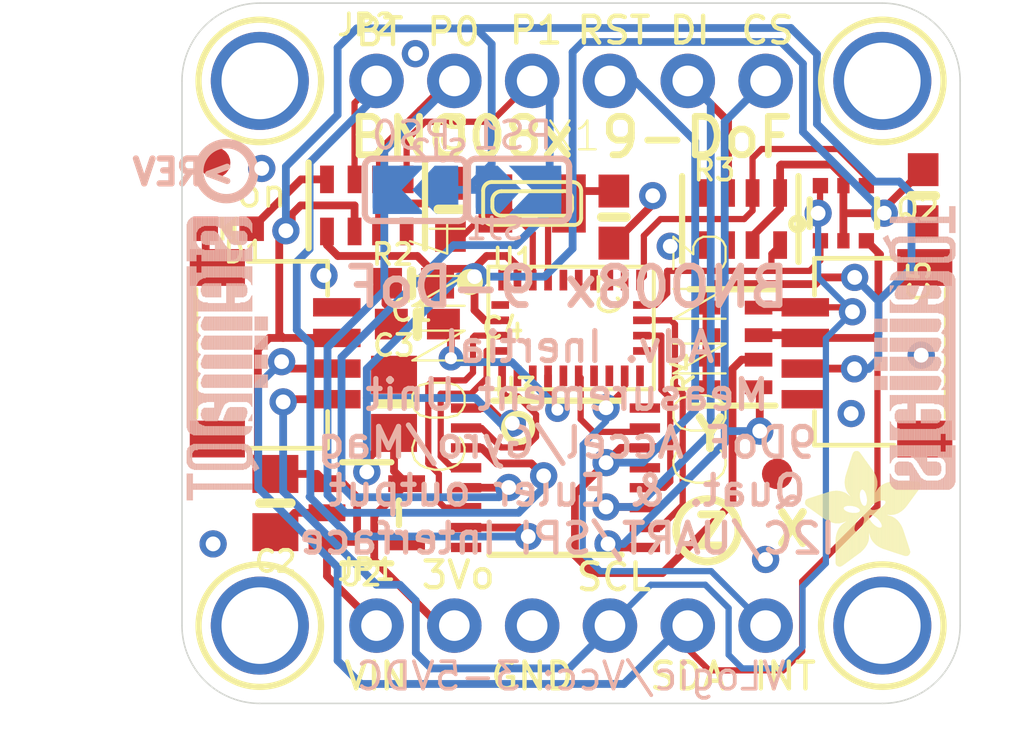
<source format=kicad_pcb>
(kicad_pcb (version 20221018) (generator pcbnew)
  (layers (0 "F.Cu" signal) (31 "B.Cu" signal) (34 "B.Paste" user) (35 "F.Paste" user) (36 "B.SilkS" user "B.Silkscreen") (37 "F.SilkS" user "F.Silkscreen") (38 "B.Mask" user) (39 "F.Mask" user) (44 "Edge.Cuts" user))
  (net 0 "")
  (net 1 "GND")
  (net 2 "SDA/MISO/TX")
  (net 3 "SCL/SCK/RX")
  (net 4 "SCL_3V")
  (net 5 "SDA_3V")
  (net 6 "3.3V")
  (net 7 "INT")
  (net 8 "VCC")
  (net 9 "N$1")
  (net 10 "CAP")
  (net 11 "XIN")
  (net 12 "XOUT")
  (net 13 "RST_3V")
  (net 14 "PS1")
  (net 15 "PS0")
  (net 16 "RST")
  (net 17 "MOSI_3V")
  (net 18 "CS_3V")
  (net 19 "MOSI")
  (net 20 "BOOT")
  (net 21 "BOOT_3V")
  (net 22 "PS1_3V")
  (net 23 "PS0_3V")
  (net 24 "CS")
  (footprint "Adafruit_BNO08x:SOT23-5" (layer "F.Cu") (at 141.8336 110.2106 -90)
    (fp_text reference "U2")
    (fp_text value "AP2112K-3.3")
  )
  (footprint "Adafruit_BNO08x:RESPACK_4X0603" (layer "F.Cu") (at 141.8336 100.1776 180)
    (fp_text reference "R2")
    (fp_text value "10K")
  )
  (footprint "Adafruit_BNO08x:1X06_ROUND_70" (layer "F.Cu") (at 148.5011 113.8936)
    (fp_text reference "JP1")
    (fp_text value "")
  )
  (footprint "Adafruit_BNO08x:CHIPLED_0603_NOOUTLINE" (layer "F.Cu") (at 137.3251 100.9396 90)
    (fp_text reference "D1")
    (fp_text value "GREEN")
  )
  (footprint "Adafruit_BNO08x:0603-NO" (layer "F.Cu") (at 144.5641 100.3046 90)
    (fp_text reference "C6")
    (fp_text value "22pF")
  )
  (footprint "Adafruit_BNO08x:XTAL3215" (layer "F.Cu") (at 147.2311 100.1141 180)
    (fp_text reference "X1")
    (fp_text value "32.768")
  )
  (footprint "Adafruit_BNO08x:0603-NO" (layer "F.Cu") (at 143.4846 104.0511)
    (fp_text reference "C4")
    (fp_text value "0.1uF")
  )
  (footprint "Adafruit_BNO08x:BNO080" (layer "F.Cu") (at 148.5011 104.1781)
    (fp_text reference "U1")
    (fp_text value "BNO080")
  )
  (footprint "Adafruit_BNO08x:1X06_ROUND_70" (layer "F.Cu") (at 148.5011 96.1136)
    (fp_text reference "JP2")
    (fp_text value "")
  )
  (footprint "Adafruit_BNO08x:0603-NO" (layer "F.Cu") (at 149.8981 100.5586 -90)
    (fp_text reference "C7")
    (fp_text value "22pF")
  )
  (footprint "Adafruit_BNO08x:0603-NO" (layer "F.Cu") (at 143.2941 102.7176 180)
    (fp_text reference "C1")
    (fp_text value "0.1uF")
  )
  (footprint "Adafruit_BNO08x:ADAFRUIT_3.5MM" (layer "F.Cu") (at 159.9311 111.9886 90)
    (fp_text reference "U$22" hide)
    (fp_text value "" hide)
  )
  (footprint "Adafruit_BNO08x:0805-NO" (layer "F.Cu") (at 142.7226 106.6546 90)
    (fp_text reference "C3")
    (fp_text value "10uF")
  )
  (footprint "Adafruit_BNO08x:0805-NO" (layer "F.Cu") (at 138.8491 109.8931 -90)
    (fp_text reference "C2")
    (fp_text value "10uF")
  )
  (footprint "Adafruit_BNO08x:RESPACK_4X0603" (layer "F.Cu") (at 154.0256 100.6221)
    (fp_text reference "R3")
    (fp_text value "10K")
  )
  (footprint "Adafruit_BNO08x:MOUNTINGHOLE_2.5_PLATED" (layer "F.Cu") (at 158.6611 96.1136)
    (fp_text reference "U$17" hide)
    (fp_text value "MOUNTINGHOLE2.5" hide)
  )
  (footprint "Adafruit_BNO08x:RESPACK_4X0603" (layer "F.Cu") (at 153.7716 104.8131 90)
    (fp_text reference "R4")
    (fp_text value "10K")
  )
  (footprint "Adafruit_BNO08x:TSSOP16" (layer "F.Cu") (at 147.9931 109.0676 -90)
    (fp_text reference "U3")
    (fp_text value "74AHC4050")
  )
  (footprint "Adafruit_BNO08x:SOT363" (layer "F.Cu") (at 157.3911 100.4316)
    (fp_text reference "Q2")
    (fp_text value "BSS138")
  )
  (footprint "Adafruit_BNO08x:JST_SH4" (layer "F.Cu") (at 158.6611 105.0036 90)
    (fp_text reference "CONN3")
    (fp_text value "STEMMA_I2C_QT" hide)
  )
  (footprint "Adafruit_BNO08x:FIDUCIAL_1MM" (layer "F.Cu") (at 136.8806 98.7806)
    (fp_text reference "FID3" hide)
    (fp_text value "FIDUCIAL_1MM" hide)
  )
  (footprint "Adafruit_BNO08x:JST_SH4" (layer "F.Cu") (at 138.3411 105.0036 -90)
    (fp_text reference "CONN4")
    (fp_text value "STEMMA_I2C_QT" hide)
  )
  (footprint "Adafruit_BNO08x:FIDUCIAL_1MM" (layer "F.Cu") (at 155.2321 108.9406)
    (fp_text reference "FID4" hide)
    (fp_text value "FIDUCIAL_1MM" hide)
  )
  (footprint "Adafruit_BNO08x:MOUNTINGHOLE_2.5_PLATED" (layer "F.Cu") (at 138.3411 113.8936)
    (fp_text reference "U$19" hide)
    (fp_text value "MOUNTINGHOLE2.5" hide)
  )
  (footprint "Adafruit_BNO08x:0603-NO" (layer "F.Cu") (at 159.9946 99.8601 -90)
    (fp_text reference "C5")
    (fp_text value "0.1uF")
  )
  (footprint "Adafruit_BNO08x:MOUNTINGHOLE_2.5_PLATED" (layer "F.Cu") (at 158.6611 113.8936)
    (fp_text reference "U$21" hide)
    (fp_text value "MOUNTINGHOLE2.5" hide)
  )
  (footprint "Adafruit_BNO08x:MOUNTINGHOLE_2.5_PLATED" (layer "F.Cu") (at 138.3411 96.1136)
    (fp_text reference "U$1" hide)
    (fp_text value "MOUNTINGHOLE2.5" hide)
  )
  (footprint "Adafruit_BNO08x:PCBFEAT-REV-040" (layer "B.Cu") (at 137.2489 99.06 180)
    (fp_text reference "U$25" hide)
    (fp_text value "" hide)
  )
  (footprint "Adafruit_BNO08x:SOLDERJUMPER_ARROW_NOPASTE" (layer "B.Cu") (at 146.7866 99.6696)
    (fp_text reference "SJ1")
    (fp_text value "PS1")
  )
  (footprint "Adafruit_BNO08x:SOLDERJUMPER_ARROW_NOPASTE" (layer "B.Cu") (at 143.4211 99.6696 180)
    (fp_text reference "SJ2")
    (fp_text value "PS0")
  )
  (footprint "Adafruit_BNO08x:STEMMAQT" (layer "B.Cu") (at 158.4071 109.4486 90)
    (fp_text reference "U$30" hide)
    (fp_text value "" hide)
  )
  (footprint "Adafruit_BNO08x:STEMMAQT" (layer "B.Cu") (at 138.5951 100.5586 -90)
    (fp_text reference "U$31" hide)
    (fp_text value "" hide)
  )
  (gr_arc (start 153.9661 110.7831) (mid 153.66852 111.50152) (end 152.9501 111.7991) (stroke (width 0.254)) (layer "F.SilkS"))
  (gr_arc (start 152.9501 109.7671) (mid 153.673733 110.059467) (end 153.9661 110.7831) (stroke (width 0.254)) (layer "F.SilkS"))
  (gr_arc (start 152.9501 111.7991) (mid 152.23168 111.50152) (end 151.9341 110.7831) (stroke (width 0.254)) (layer "F.SilkS"))
  (gr_arc (start 151.9341 110.7831) (mid 152.23168 110.06468) (end 152.9501 109.7671) (stroke (width 0.254)) (layer "F.SilkS"))
  (gr_arc (start 161.2011 113.8936) (mid 160.457151 115.689651) (end 158.6611 116.4336) (stroke (width 0.05)) (layer "Edge.Cuts"))
  (gr_arc (start 135.8011 96.1136) (mid 136.545049 94.317549) (end 138.3411 93.5736) (stroke (width 0.05)) (layer "Edge.Cuts"))
  (gr_line (start 135.8011 96.1136) (end 135.8011 113.8936) (stroke (width 0.05)) (layer "Edge.Cuts"))
  (gr_line (start 161.2011 113.8936) (end 161.2011 96.1136) (stroke (width 0.05)) (layer "Edge.Cuts"))
  (gr_line (start 158.6611 93.5736) (end 138.3411 93.5736) (stroke (width 0.05)) (layer "Edge.Cuts"))
  (gr_line (start 138.3411 116.4336) (end 158.6611 116.4336) (stroke (width 0.05)) (layer "Edge.Cuts"))
  (gr_arc (start 158.6611 93.5736) (mid 160.457151 94.317549) (end 161.2011 96.1136) (stroke (width 0.05)) (layer "Edge.Cuts"))
  (gr_arc (start 138.3411 116.4336) (mid 136.545049 115.689651) (end 135.8011 113.8936) (stroke (width 0.05)) (layer "Edge.Cuts"))
  (gr_text "Adv. Inertial \nMeasurement Unit\n9DoF Accel/Gyro/Mag\nQuat. & Euler output\nI2C/UART/SPI Interface" (at 148.3741 107.9246) (layer "B.SilkS") (effects (font (size 0.97155 0.97155) (thickness 0.17145)) (justify mirror)))
  (gr_text "BNO08x 9-DoF" (at 148.3741 102.8446) (layer "B.SilkS") (effects (font (size 1.25222 1.25222) (thickness 0.22098)) (justify mirror)))
  (gr_text "PS0" (at 143.2941 97.8916) (layer "B.SilkS") (effects (font (size 0.89408 0.89408) (thickness 0.12192)) (justify mirror)))
  (gr_text "VLogic/Vcc: 3-5VDC" (at 148.5011 115.5446) (layer "B.SilkS") (effects (font (size 0.89408 0.89408) (thickness 0.12192)) (justify mirror)))
  (gr_text "PS1" (at 146.5961 97.8916) (layer "B.SilkS") (effects (font (size 0.89408 0.89408) (thickness 0.12192)) (justify mirror)))
  (gr_text "on" (at 137.5156 100.3046) (layer "F.SilkS") (effects (font (size 0.89408 0.89408) (thickness 0.12192)) (justify left bottom)))
  (gr_text "VIN" (at 142.1511 115.5446) (layer "F.SilkS") (effects (font (size 0.87376 0.87376) (thickness 0.14224))))
  (gr_text "3Vo" (at 144.8181 112.2426) (layer "F.SilkS") (effects (font (size 0.87376 0.87376) (thickness 0.14224))))
  (gr_text "INT" (at 155.4861 115.5446) (layer "F.SilkS") (effects (font (size 0.87376 0.87376) (thickness 0.14224))))
  (gr_text "Y" (at 152.4341 108.2411) (layer "F.SilkS") (effects (font (size 1.016 1.016) (thickness 0.254)) (justify left bottom)))
  (gr_text "Z" (at 152.4341 111.4161) (layer "F.SilkS") (effects (font (size 1.016 1.016) (thickness 0.254)) (justify left bottom)))
  (gr_text "GND" (at 147.2311 115.5446) (layer "F.SilkS") (effects (font (size 0.87376 0.87376) (thickness 0.14224))))
  (gr_text "P1" (at 147.3581 94.4626) (layer "F.SilkS") (effects (font (size 0.87376 0.87376) (thickness 0.14224))))
  (gr_text "SCL" (at 149.8981 112.3061) (layer "F.SilkS") (effects (font (size 0.87376 0.87376) (thickness 0.14224))))
  (gr_text "BNO08x 9-DoF" (at 148.5011 97.9551) (layer "F.SilkS") (effects (font (size 1.25222 1.25222) (thickness 0.22098))))
  (gr_text "DI" (at 152.3746 94.4626) (layer "F.SilkS") (effects (font (size 0.87376 0.87376) (thickness 0.14224))))
  (gr_text "SDA" (at 152.3111 115.5446) (layer "F.SilkS") (effects (font (size 0.87376 0.87376) (thickness 0.14224))))
  (gr_text "CS" (at 154.9146 94.4626) (layer "F.SilkS") (effects (font (size 0.87376 0.87376) (thickness 0.14224))))
  (gr_text "RST" (at 149.8981 94.4626) (layer "F.SilkS") (effects (font (size 0.87376 0.87376) (thickness 0.14224))))
  (gr_text "P0" (at 144.6657 94.5134) (layer "F.SilkS") (effects (font (size 0.87376 0.87376) (thickness 0.14224))))
  (gr_text "BT" (at 142.2527 94.5134) (layer "F.SilkS") (effects (font (size 0.87376 0.87376) (thickness 0.14224))))
  (gr_text "X" (at 156.3791 110.1481) (layer "F.SilkS") (effects (font (size 1.016 1.016) (thickness 0.254)) (justify right top)))
  (segment (start 136.5751 101.8236) (end 136.9551 102.2036) (width 0.254) (layer "F.Cu") (net 1))
  (segment (start 142.2336 100.1141) (end 143.9046 100.1141) (width 0.254) (layer "F.Cu") (net 1))
  (segment (start 151.1681 100.1386) (end 151.1681 99.8601) (width 0.254) (layer "F.Cu") (net 1))
  (segment (start 142.6346 104.0511) (end 142.6346 103.5821) (width 0.254) (layer "F.Cu") (net 1))
  (segment (start 139.4816 110.2106) (end 138.8491 110.8431) (width 0.254) (layer "F.Cu") (net 1))
  (segment (start 140.5335 110.2106) (end 139.4816 110.2106) (width 0.254) (layer "F.Cu") (net 1))
  (segment (start 149.8981 101.4086) (end 151.1681 100.1386) (width 0.254) (layer "F.Cu") (net 1))
  (segment (start 143.9046 100.1141) (end 144.5641 99.4546) (width 0.254) (layer "F.Cu") (net 1))
  (segment (start 142.2336 101.0276) (end 142.2336 100.1141) (width 0.254) (layer "F.Cu") (net 1))
  (segment (start 136.5751 100.9396) (end 136.5751 101.8236) (width 0.254) (layer "F.Cu") (net 1))
  (segment (start 142.6346 103.5821) (end 142.4441 103.3916) (width 0.254) (layer "F.Cu") (net 1))
  (segment (start 142.4441 103.3916) (end 142.4441 102.7176) (width 0.254) (layer "F.Cu") (net 1))
  (via (at 154.8511 111.7346) (size 0.889) (drill 0.4826) (layers "F.Cu" "B.Cu") (net 1))
  (via (at 159.9311 105.0671) (size 0.889) (drill 0.4826) (layers "F.Cu" "B.Cu") (net 1))
  (via (at 157.6451 106.9721) (size 0.889) (drill 0.4826) (layers "F.Cu" "B.Cu") (net 1))
  (via (at 151.1681 99.8601) (size 0.889) (drill 0.4826) (layers "F.Cu" "B.Cu") (net 1))
  (via (at 151.7396 101.5111) (size 0.889) (drill 0.4826) (layers "F.Cu" "B.Cu") (net 1))
  (via (at 136.8171 111.2266) (size 0.889) (drill 0.4826) (layers "F.Cu" "B.Cu") (net 1))
  (via (at 143.4211 95.2246) (size 0.889) (drill 0.4826) (layers "F.Cu" "B.Cu") (net 1))
  (via (at 138.4046 98.9711) (size 0.889) (drill 0.4826) (layers "F.Cu" "B.Cu") (net 1))
  (via (at 140.4366 102.4636) (size 0.889) (drill 0.4826) (layers "F.Cu" "B.Cu") (net 1))
  (segment (start 152.3111 114.6556) (end 153.0096 115.3541) (width 0.2032) (layer "F.Cu") (net 2))
  (segment (start 158.50235 109.98835) (end 158.50235 104.40035) (width 0.2032) (layer "F.Cu") (net 2))
  (segment (start 156.0449 114.7318) (end 156.0449 112.4458) (width 0.2032) (layer "F.Cu") (net 2))
  (segment (start 158.5341 104.3686) (end 158.50235 104.40035) (width 0.254) (layer "F.Cu") (net 2))
  (segment (start 158.5341 101.7761) (end 158.5856 101.7761) (width 0.254) (layer "F.Cu") (net 2))
  (segment (start 158.3991 104.5036) (end 156.1471 104.5036) (width 0.254) (layer "F.Cu") (net 2))
  (segment (start 156.0449 112.4458) (end 158.50235 109.98835) (width 0.2032) (layer "F.Cu") (net 2))
  (segment (start 139.2776 105.5036) (end 139.0523 105.2783) (width 0.254) (layer "F.Cu") (net 2))
  (segment (start 152.3111 113.8936) (end 152.3111 114.6556) (width 0.2032) (layer "F.Cu") (net 2))
  (segment (start 153.0096 115.3541) (end 155.4226 115.3541) (width 0.2032) (layer "F.Cu") (net 2))
  (segment (start 140.8551 105.5036) (end 139.2776 105.5036) (width 0.254) (layer "F.Cu") (net 2))
  (segment (start 158.5341 101.7761) (end 158.5341 104.3686) (width 0.254) (layer "F.Cu") (net 2))
  (segment (start 158.50235 104.40035) (end 158.3991 104.5036) (width 0.254) (layer "F.Cu") (net 2))
  (segment (start 158.1411 101.3316) (end 158.5856 101.7761) (width 0.254) (layer "F.Cu") (net 2))
  (segment (start 154.6216 104.4131) (end 156.0566 104.4131) (width 0.254) (layer "F.Cu") (net 2))
  (segment (start 155.4226 115.3541) (end 156.0449 114.7318) (width 0.2032) (layer "F.Cu") (net 2))
  (segment (start 156.0566 104.4131) (end 156.1471 104.5036) (width 0.254) (layer "F.Cu") (net 2))
  (via (at 139.0523 105.2783) (size 0.889) (drill 0.4826) (layers "F.Cu" "B.Cu") (net 2))
  (segment (start 138.2903 106.0403) (end 138.2903 109.3978) (width 0.254) (layer "B.Cu") (net 2))
  (segment (start 141.6431 115.7986) (end 150.225312 115.7986) (width 0.254) (layer "B.Cu") (net 2))
  (segment (start 139.0523 105.2783) (end 138.2903 106.0403) (width 0.254) (layer "B.Cu") (net 2))
  (segment (start 140.8811 111.9886) (end 140.8811 115.0366) (width 0.254) (layer "B.Cu") (net 2))
  (segment (start 152.130312 113.8936) (end 152.3111 113.8936) (width 0.254) (layer "B.Cu") (net 2))
  (segment (start 138.2903 109.3978) (end 140.8811 111.9886) (width 0.254) (layer "B.Cu") (net 2))
  (segment (start 140.8811 115.0366) (end 141.6431 115.7986) (width 0.254) (layer "B.Cu") (net 2))
  (segment (start 150.225312 115.7986) (end 152.130312 113.8936) (width 0.254) (layer "B.Cu") (net 2))
  (segment (start 154.6311 103.5036) (end 155.9306 103.5036) (width 0.254) (layer "F.Cu") (net 3))
  (segment (start 157.5421 103.5036) (end 156.1471 103.5036) (width 0.2032) (layer "F.Cu") (net 3))
  (segment (start 156.6291 99.5436) (end 156.6291 100.3681) (width 0.2032) (layer "F.Cu") (net 3))
  (segment (start 157.687153 103.648654) (end 157.5421 103.5036) (width 0.2032) (layer "F.Cu") (net 3))
  (segment (start 139.1906 106.5036) (end 139.1031 106.5911) (width 0.254) (layer "F.Cu") (net 3))
  (segment (start 156.5656 100.4316) (end 156.6291 100.3681) (width 0.2032) (layer "F.Cu") (net 3))
  (segment (start 154.6216 103.5131) (end 154.6311 103.5036) (width 0.254) (layer "F.Cu") (net 3))
  (segment (start 140.8551 106.5036) (end 139.1906 106.5036) (width 0.254) (layer "F.Cu") (net 3))
  (segment (start 155.9306 103.5036) (end 156.1471 103.5036) (width 0.2032) (layer "F.Cu") (net 3))
  (segment (start 156.6411 99.5316) (end 156.6291 99.5436) (width 0.2032) (layer "F.Cu") (net 3))
  (via (at 157.687153 103.648654) (size 0.889) (drill 0.4826) (layers "F.Cu" "B.Cu") (net 3))
  (via (at 156.5656 100.4316) (size 0.889) (drill 0.4826) (layers "F.Cu" "B.Cu") (net 3))
  (via (at 139.1031 106.5911) (size 0.889) (drill 0.4826) (layers "F.Cu" "B.Cu") (net 3))
  (segment (start 143.9418 115.2906) (end 148.4376 115.2906) (width 0.254) (layer "B.Cu") (net 3))
  (segment (start 156.0576 112.6236) (end 156.8196 111.8616) (width 0.2032) (layer "B.Cu") (net 3))
  (segment (start 148.4376 115.2906) (end 149.7711 113.9571) (width 0.254) (layer "B.Cu") (net 3))
  (segment (start 142.9131 112.5601) (end 143.4338 113.0808) (width 0.254) (layer "B.Cu") (net 3))
  (segment (start 153.6446 113.3221) (end 153.6446 114.8461) (width 0.2032) (layer "B.Cu") (net 3))
  (segment (start 149.7711 113.8936) (end 151.1046 112.5601) (width 0.2032) (layer "B.Cu") (net 3))
  (segment (start 151.1046 112.5601) (end 152.8826 112.5601) (width 0.2032) (layer "B.Cu") (net 3))
  (segment (start 155.3591 115.2906) (end 156.0576 114.5921) (width 0.2032) (layer "B.Cu") (net 3))
  (segment (start 139.1031 106.5911) (end 139.1031 109.5121) (width 0.254) (layer "B.Cu") (net 3))
  (segment (start 143.4338 114.7826) (end 143.9418 115.2906) (width 0.254) (layer "B.Cu") (net 3))
  (segment (start 149.7711 113.9571) (end 149.7711 113.8936) (width 0.254) (layer "B.Cu") (net 3))
  (segment (start 154.0891 115.2906) (end 155.3591 115.2906) (width 0.2032) (layer "B.Cu") (net 3))
  (segment (start 153.6446 114.8461) (end 154.0891 115.2906) (width 0.2032) (layer "B.Cu") (net 3))
  (segment (start 143.4338 113.0808) (end 143.4338 114.7826) (width 0.254) (layer "B.Cu") (net 3))
  (segment (start 139.1031 109.5121) (end 142.1511 112.5601) (width 0.254) (layer "B.Cu") (net 3))
  (segment (start 156.8196 104.516207) (end 157.687153 103.648654) (width 0.2032) (layer "B.Cu") (net 3))
  (segment (start 152.8826 112.5601) (end 153.6446 113.3221) (width 0.2032) (layer "B.Cu") (net 3))
  (segment (start 142.1511 112.5601) (end 142.9131 112.5601) (width 0.254) (layer "B.Cu") (net 3))
  (segment (start 156.0576 114.5921) (end 156.0576 112.6236) (width 0.2032) (layer "B.Cu") (net 3))
  (segment (start 156.8196 111.8616) (end 156.8196 104.516207) (width 0.2032) (layer "B.Cu") (net 3))
  (segment (start 156.5656 100.4316) (end 156.5656 102.5271) (width 0.2032) (layer "B.Cu") (net 3))
  (segment (start 157.687153 103.648654) (end 156.5656 102.5271) (width 0.2032) (layer "B.Cu") (net 3))
  (segment (start 150.8136 103.4281) (end 151.2581 103.4281) (width 0.2032) (layer "F.Cu") (net 4))
  (segment (start 156.2936 102.3141) (end 155.0416 102.3141) (width 0.2032) (layer "F.Cu") (net 4))
  (segment (start 151.6391 102.3141) (end 151.6391 103.0471) (width 0.2032) (layer "F.Cu") (net 4))
  (segment (start 151.6391 103.0471) (end 151.2581 103.4281) (width 0.2032) (layer "F.Cu") (net 4))
  (segment (start 155.0416 101.7561) (end 155.0416 102.3141) (width 0.2032) (layer "F.Cu") (net 4))
  (segment (start 156.6411 101.3316) (end 156.6411 101.9666) (width 0.2032) (layer "F.Cu") (net 4))
  (segment (start 156.6411 101.9666) (end 156.2936 102.3141) (width 0.2032) (layer "F.Cu") (net 4))
  (segment (start 155.3256 101.4721) (end 155.0416 101.7561) (width 0.2032) (layer "F.Cu") (net 4))
  (segment (start 155.0416 102.3141) (end 151.6391 102.3141) (width 0.2032) (layer "F.Cu") (net 4))
  (segment (start 157.2641 98.3361) (end 154.7241 98.3361) (width 0.2032) (layer "F.Cu") (net 5))
  (segment (start 150.7511 102.6156) (end 150.8781 102.4886) (width 0.2032) (layer "F.Cu") (net 5))
  (segment (start 150.8781 101.1661) (end 150.8781 102.4886) (width 0.2032) (layer "F.Cu") (net 5))
  (segment (start 154.4256 100.3491) (end 154.4256 99.7721) (width 0.2032) (layer "F.Cu") (net 5))
  (segment (start 158.1411 99.2131) (end 157.2641 98.3361) (width 0.254) (layer "F.Cu") (net 5))
  (segment (start 151.4221 100.6221) (end 154.1526 100.6221) (width 0.2032) (layer "F.Cu") (net 5))
  (segment (start 158.1411 99.5316) (end 158.1411 99.2131) (width 0.254) (layer "F.Cu") (net 5))
  (segment (start 150.8781 101.1661) (end 151.4221 100.6221) (width 0.2032) (layer "F.Cu") (net 5))
  (segment (start 154.7241 98.3361) (end 154.4256 98.6346) (width 0.2032) (layer "F.Cu") (net 5))
  (segment (start 154.4256 98.6346) (end 154.4256 99.7721) (width 0.2032) (layer "F.Cu") (net 5))
  (segment (start 154.1526 100.6221) (end 154.4256 100.3491) (width 0.2032) (layer "F.Cu") (net 5))
  (segment (start 145.3261 102.2486) (end 145.0721 102.5026) (width 0.254) (layer "F.Cu") (net 6))
  (segment (start 155.3256 99.7721) (end 155.3256 98.8776) (width 0.254) (layer "F.Cu") (net 6))
  (segment (start 143.1337 109.2606) (end 142.7226 108.8495) (width 0.254) (layer "F.Cu") (net 6))
  (segment (start 146.4056 101.8286) (end 145.7461 101.8286) (width 0.254) (layer "F.Cu") (net 6))
  (segment (start 143.4846 101.8286) (end 143.9046 102.2486) (width 0.254) (layer "F.Cu") (net 6))
  (segment (start 140.8901 101.8286) (end 140.5336 101.4721) (width 0.254) (layer "F.Cu") (net 6))
  (segment (start 144.1441 102.7176) (end 144.6131 102.2486) (width 0.254) (layer "F.Cu") (net 6))
  (segment (start 155.3591 98.8441) (end 157.0101 98.8441) (width 0.254) (layer "F.Cu") (net 6))
  (segment (start 157.3911 101.3316) (end 157.3911 100.3681) (width 0.254) (layer "F.Cu") (net 6))
  (segment (start 157.0101 98.8441) (end 157.3911 99.2251) (width 0.254) (layer "F.Cu") (net 6))
  (segment (start 145.3506 103.5981) (end 145.3506 102.5026) (width 0.254) (layer "F.Cu") (net 6))
  (segment (start 157.4546 100.4316) (end 157.3911 100.3681) (width 0.254) (layer "F.Cu") (net 6))
  (segment (start 140.5336 101.0276) (end 140.5336 101.4721) (width 0.254) (layer "F.Cu") (net 6))
  (segment (start 143.1337 109.2606) (end 142.0765 110.3178) (width 0.254) (layer "F.Cu") (net 6))
  (segment (start 158.7246 100.2801) (end 158.7246 100.4316) (width 0.254) (layer "F.Cu") (net 6))
  (segment (start 144.6131 102.2486) (end 145.3261 102.2486) (width 0.254) (layer "F.Cu") (net 6))
  (segment (start 146.1886 103.9281) (end 145.6806 103.9281) (width 0.254) (layer "F.Cu") (net 6))
  (segment (start 145.0753 106.7926) (end 145.8373 106.7926) (width 0.254) (layer "F.Cu") (net 6))
  (segment (start 158.7246 100.4316) (end 157.4546 100.4316) (width 0.254) (layer "F.Cu") (net 6))
  (segment (start 155.3256 98.8776) (end 155.3591 98.8441) (width 0.254) (layer "F.Cu") (net 6))
  (segment (start 155.3256 99.7721) (end 155.3256 100.2746) (width 0.254) (layer "F.Cu") (net 6))
  (segment (start 157.3911 99.2251) (end 157.3911 99.5316) (width 0.254) (layer "F.Cu") (net 6))
  (segment (start 155.3256 100.2746) (end 154.4256 101.1746) (width 0.254) (layer "F.Cu") (net 6))
  (segment (start 143.9046 102.2486) (end 144.6131 102.2486) (width 0.254) (layer "F.Cu") (net 6))
  (segment (start 142.7226 107.6046) (end 141.8336 108.4936) (width 0.254) (layer "F.Cu") (net 6))
  (segment (start 146.7511 102.1741) (end 146.4056 101.8286) (width 0.254) (layer "F.Cu") (net 6))
  (segment (start 142.0765 110.3178) (end 142.0765 111.762875) (width 0.254) (layer "F.Cu") (net 6))
  (segment (start 145.6806 103.9281) (end 145.3506 103.5981) (width 0.254) (layer "F.Cu") (net 6))
  (segment (start 157.3911 100.3681) (end 157.3911 99.5316) (width 0.254) (layer "F.Cu") (net 6))
  (segment (start 144.6911 113.8936) (end 144.207225 113.8936) (width 0.254) (layer "F.Cu") (net 6))
  (segment (start 145.7461 101.8286) (end 145.3261 102.2486) (width 0.254) (layer "F.Cu") (net 6))
  (segment (start 143.4846 101.8286) (end 140.8901 101.8286) (width 0.254) (layer "F.Cu") (net 6))
  (segment (start 154.4256 101.1746) (end 154.4256 101.4721) (width 0.254) (layer "F.Cu") (net 6))
  (segment (start 145.0721 102.5026) (end 145.3506 102.5026) (width 0.254) (layer "F.Cu") (net 6))
  (segment (start 146.3343 107.2896) (end 145.8373 106.7926) (width 0.254) (layer "F.Cu") (net 6))
  (segment (start 146.5834 107.2896) (end 146.3343 107.2896) (width 0.254) (layer "F.Cu") (net 6))
  (segment (start 144.207225 113.8936) (end 142.0765 111.762875) (width 0.254) (layer "F.Cu") (net 6))
  (segment (start 146.7511 102.6156) (end 146.7511 102.1741) (width 0.254) (layer "F.Cu") (net 6))
  (segment (start 142.7226 108.8495) (end 142.7226 107.6046) (width 0.254) (layer "F.Cu") (net 6))
  (segment (start 141.8336 108.8771) (end 141.8336 108.4936) (width 0.254) (layer "F.Cu") (net 6))
  (segment (start 159.9946 99.0101) (end 158.7246 100.2801) (width 0.254) (layer "F.Cu") (net 6))
  (via (at 145.3506 102.5026) (size 0.889) (drill 0.4826) (layers "F.Cu" "B.Cu") (net 6))
  (via (at 146.5834 107.2896) (size 0.889) (drill 0.4826) (layers "F.Cu" "B.Cu") (net 6))
  (via (at 158.7246 100.4316) (size 0.889) (drill 0.4826) (layers "F.Cu" "B.Cu") (net 6))
  (via (at 141.8336 108.8771) (size 0.889) (drill 0.4826) (layers "F.Cu" "B.Cu") (net 6))
  (segment (start 148.5519 101.5873) (end 147.6366 102.5026) (width 0.254) (layer "B.Cu") (net 6))
  (segment (start 141.8336 106.4641) (end 141.8336 108.8771) (width 0.254) (layer "B.Cu") (net 6))
  (segment (start 156.0703 97.7773) (end 158.7246 100.4316) (width 0.254) (layer "B.Cu") (net 6))
  (segment (start 148.5519 101.5873) (end 148.5519 95.1738) (width 0.254) (layer "B.Cu") (net 6))
  (segment (start 156.0703 95.5548) (end 156.0703 97.7773) (width 0.254) (layer "B.Cu") (net 6))
  (segment (start 146.5834 107.2896) (end 146.2024 107.2896) (width 0.254) (layer "B.Cu") (net 6))
  (segment (start 146.2024 107.2896) (end 145.3769 106.4641) (width 0.254) (layer "B.Cu") (net 6))
  (segment (start 148.8821 94.8436) (end 155.3591 94.8436) (width 0.254) (layer "B.Cu") (net 6))
  (segment (start 145.3769 106.4641) (end 141.8336 106.4641) (width 0.254) (layer "B.Cu") (net 6))
  (segment (start 145.3506 102.5026) (end 147.6366 102.5026) (width 0.254) (layer "B.Cu") (net 6))
  (segment (start 141.8336 105.5116) (end 141.8336 106.4641) (width 0.254) (layer "B.Cu") (net 6))
  (segment (start 148.5519 95.1738) (end 148.8821 94.8436) (width 0.254) (layer "B.Cu") (net 6))
  (segment (start 155.3591 94.8436) (end 156.0703 95.5548) (width 0.254) (layer "B.Cu") (net 6))
  (segment (start 144.8426 102.5026) (end 141.8336 105.5116) (width 0.254) (layer "B.Cu") (net 6))
  (segment (start 145.3506 102.5026) (end 144.8426 102.5026) (width 0.254) (layer "B.Cu") (net 6))
  (segment (start 150.2511 105.7406) (end 150.2511 106.1746) (width 0.2032) (layer "F.Cu") (net 7))
  (segment (start 150.2511 106.1746) (end 149.6441 106.7816) (width 0.2032) (layer "F.Cu") (net 7))
  (via (at 149.6441 106.7816) (size 0.889) (drill 0.4826) (layers "F.Cu" "B.Cu") (net 7))
  (segment (start 149.6441 106.7816) (end 149.6441 107.2261) (width 0.2032) (layer "B.Cu") (net 7))
  (segment (start 153.0731 112.1156) (end 154.8511 113.8936) (width 0.2032) (layer "B.Cu") (net 7))
  (segment (start 149.4536 112.1156) (end 153.0731 112.1156) (width 0.2032) (layer "B.Cu") (net 7))
  (segment (start 149.6441 107.2261) (end 148.8821 107.9881) (width 0.2032) (layer "B.Cu") (net 7))
  (segment (start 148.8821 111.5441) (end 149.4536 112.1156) (width 0.2032) (layer "B.Cu") (net 7))
  (segment (start 148.8821 107.9881) (end 148.8821 111.5441) (width 0.2032) (layer "B.Cu") (net 7))
  (segment (start 138.2776 104.8766) (end 138.2776 108.3716) (width 0.254) (layer "F.Cu") (net 8))
  (segment (start 140.216 108.9431) (end 138.8491 108.9431) (width 0.254) (layer "F.Cu") (net 8))
  (segment (start 141.4526 111.1606) (end 140.5335 111.1606) (width 0.254) (layer "F.Cu") (net 8))
  (segment (start 141.0716 109.2606) (end 140.5335 109.2606) (width 0.254) (layer "F.Cu") (net 8))
  (segment (start 152.9216 106.1131) (end 152.9216 105.2131) (width 0.254) (layer "F.Cu") (net 8))
  (segment (start 156.691262 102.5271) (end 157.7594 102.5271) (width 0.254) (layer "F.Cu") (net 8))
  (segment (start 141.0716 109.2606) (end 141.5161 109.7051) (width 0.254) (layer "F.Cu") (net 8))
  (segment (start 140.5335 109.2606) (end 140.216 108.9431) (width 0.254) (layer "F.Cu") (net 8))
  (segment (start 138.9761 104.3766) (end 139.1031 104.5036) (width 0.254) (layer "F.Cu") (net 8))
  (segment (start 141.5161 111.0971) (end 141.4526 111.1606) (width 0.254) (layer "F.Cu") (net 8))
  (segment (start 156.1471 105.5036) (end 157.74505 105.5036) (width 0.254) (layer "F.Cu") (net 8))
  (segment (start 156.472462 102.7459) (end 156.691262 102.5271) (width 0.254) (layer "F.Cu") (net 8))
  (segment (start 138.2776 108.3716) (end 138.8491 108.9431) (width 0.254) (layer "F.Cu") (net 8))
  (segment (start 142.1511 113.8936) (end 140.5335 112.276) (width 0.254) (layer "F.Cu") (net 8))
  (segment (start 141.5161 109.7051) (end 141.5161 111.0971) (width 0.254) (layer "F.Cu") (net 8))
  (segment (start 139.192 101.0031) (end 139.3825 100.8126) (width 0.254) (layer "F.Cu") (net 8))
  (segment (start 138.9761 101.219) (end 138.9761 104.3766) (width 0.254) (layer "F.Cu") (net 8))
  (segment (start 139.1031 104.5036) (end 138.6506 104.5036) (width 0.254) (layer "F.Cu") (net 8))
  (segment (start 141.4336 101.0276) (end 141.4336 100.1776) (width 0.254) (layer "F.Cu") (net 8))
  (segment (start 140.8551 104.5036) (end 139.1031 104.5036) (width 0.254) (layer "F.Cu") (net 8))
  (segment (start 138.6506 104.5036) (end 138.2776 104.8766) (width 0.254) (layer "F.Cu") (net 8))
  (segment (start 139.192 101.0031) (end 138.9761 101.219) (width 0.254) (layer "F.Cu") (net 8))
  (segment (start 157.74505 105.5036) (end 157.75305 105.5116) (width 0.254) (layer "F.Cu") (net 8))
  (segment (start 152.9216 104.4131) (end 152.9216 103.5131) (width 0.254) (layer "F.Cu") (net 8))
  (segment (start 139.6746 100.1776) (end 139.3825 100.4697) (width 0.254) (layer "F.Cu") (net 8))
  (segment (start 152.9216 102.9961) (end 153.1718 102.7459) (width 0.254) (layer "F.Cu") (net 8))
  (segment (start 139.3825 100.8126) (end 139.3825 100.4697) (width 0.254) (layer "F.Cu") (net 8))
  (segment (start 140.5335 112.276) (end 140.5335 111.1606) (width 0.254) (layer "F.Cu") (net 8))
  (segment (start 141.4336 100.1776) (end 139.6746 100.1776) (width 0.254) (layer "F.Cu") (net 8))
  (segment (start 152.9216 105.2131) (end 152.9216 104.4131) (width 0.254) (layer "F.Cu") (net 8))
  (segment (start 152.9216 103.5131) (end 152.9216 102.9961) (width 0.254) (layer "F.Cu") (net 8))
  (segment (start 153.1718 102.7459) (end 156.472462 102.7459) (width 0.254) (layer "F.Cu") (net 8))
  (via (at 157.7594 102.5271) (size 0.889) (drill 0.4826) (layers "F.Cu" "B.Cu") (net 8))
  (via (at 157.75305 105.5116) (size 0.889) (drill 0.4826) (layers "F.Cu" "B.Cu") (net 8))
  (via (at 139.192 101.0031) (size 0.889) (drill 0.4826) (layers "F.Cu" "B.Cu") (net 8))
  (segment (start 141.506387 94.3991) (end 145.399312 94.3991) (width 0.254) (layer "B.Cu") (net 8))
  (segment (start 145.9103 94.910088) (end 145.399312 94.3991) (width 0.254) (layer "B.Cu") (net 8))
  (segment (start 140.8811 95.024388) (end 140.8811 97.221857) (width 0.254) (layer "B.Cu") (net 8))
  (segment (start 145.0721 99.6696) (end 145.7706 99.6696) (width 0.254) (layer "B.Cu") (net 8))
  (segment (start 159.6136 99.7966) (end 159.2166 99.3996) (width 0.254) (layer "B.Cu") (net 8))
  (segment (start 156.5275 97.518663) (end 156.5275 95.238419) (width 0.254) (layer "B.Cu") (net 8))
  (segment (start 144.4371 99.6696) (end 145.0721 99.6696) (width 0.254) (layer "B.Cu") (net 8))
  (segment (start 145.9103 98.8314) (end 145.9103 94.910088) (width 0.254) (layer "B.Cu") (net 8))
  (segment (start 139.192 98.910957) (end 139.192 101.0031) (width 0.254) (layer "B.Cu") (net 8))
  (segment (start 158.5341 105.1941) (end 158.5341 103.3018) (width 0.254) (layer "B.Cu") (net 8))
  (segment (start 159.6136 102.2223) (end 159.6136 99.7966) (width 0.254) (layer "B.Cu") (net 8))
  (segment (start 145.0721 99.6696) (end 145.9103 98.8314) (width 0.254) (layer "B.Cu") (net 8))
  (segment (start 158.5341 103.3018) (end 159.6136 102.2223) (width 0.254) (layer "B.Cu") (net 8))
  (segment (start 145.399312 94.3991) (end 145.386612 94.3864) (width 0.254) (layer "B.Cu") (net 8))
  (segment (start 158.2166 105.5116) (end 158.5341 105.1941) (width 0.254) (layer "B.Cu") (net 8))
  (segment (start 159.2166 99.3996) (end 158.408437 99.3996) (width 0.254) (layer "B.Cu") (net 8))
  (segment (start 141.506387 94.3991) (end 140.8811 95.024388) (width 0.254) (layer "B.Cu") (net 8))
  (segment (start 157.75305 105.5116) (end 158.2166 105.5116) (width 0.254) (layer "B.Cu") (net 8))
  (segment (start 157.7594 102.5271) (end 158.5341 103.3018) (width 0.254) (layer "B.Cu") (net 8))
  (segment (start 140.8811 97.221857) (end 139.192 98.910957) (width 0.254) (layer "B.Cu") (net 8))
  (segment (start 155.675481 94.3864) (end 156.5275 95.238419) (width 0.254) (layer "B.Cu") (net 8))
  (segment (start 145.386612 94.3864) (end 155.675481 94.3864) (width 0.254) (layer "B.Cu") (net 8))
  (segment (start 158.408437 99.3996) (end 156.5275 97.518663) (width 0.254) (layer "B.Cu") (net 8))
  (segment (start 139.6871 99.3276) (end 138.0751 100.9396) (width 0.254) (layer "F.Cu") (net 9))
  (segment (start 140.5336 99.3276) (end 139.6871 99.3276) (width 0.254) (layer "F.Cu") (net 9))
  (segment (start 144.580537 104.297038) (end 144.580537 105.16635) (width 0.254) (layer "F.Cu") (net 10))
  (segment (start 144.3346 104.0511) (end 144.580537 104.297038) (width 0.254) (layer "F.Cu") (net 10))
  (segment (start 147.7511 106.5396) (end 147.7511 105.7406) (width 0.254) (layer "F.Cu") (net 10))
  (segment (start 148.0566 106.8451) (end 147.7511 106.5396) (width 0.254) (layer "F.Cu") (net 10))
  (via (at 148.0566 106.8451) (size 0.8001) (drill 0.3937) (layers "F.Cu" "B.Cu") (net 10))
  (via (at 144.580537 105.16635) (size 0.8001) (drill 0.3937) (layers "F.Cu" "B.Cu") (net 10))
  (segment (start 148.0566 106.7816) (end 146.56835 105.29335) (width 0.254) (layer "B.Cu") (net 10))
  (segment (start 148.0566 106.8451) (end 148.0566 106.7816) (width 0.254) (layer "B.Cu") (net 10))
  (segment (start 144.580537 105.16635) (end 144.707537 105.29335) (width 0.254) (layer "B.Cu") (net 10))
  (segment (start 146.56835 105.29335) (end 144.707537 105.29335) (width 0.254) (layer "B.Cu") (net 10))
  (segment (start 147.2511 102.6156) (end 147.2511 101.0866) (width 0.2032) (layer "F.Cu") (net 11))
  (segment (start 147.2511 101.0866) (end 146.2786 100.1141) (width 0.2032) (layer "F.Cu") (net 11))
  (segment (start 144.9906 101.1546) (end 146.0311 100.1141) (width 0.2032) (layer "F.Cu") (net 11))
  (segment (start 146.2786 100.1141) (end 146.0311 100.1141) (width 0.2032) (layer "F.Cu") (net 11))
  (segment (start 144.5641 101.1546) (end 144.9906 101.1546) (width 0.2032) (layer "F.Cu") (net 11))
  (segment (start 147.7511 102.6156) (end 147.7511 100.6671) (width 0.2032) (layer "F.Cu") (net 12))
  (segment (start 147.7511 100.6671) (end 148.18035 100.23785) (width 0.2032) (layer "F.Cu") (net 12))
  (segment (start 148.18035 100.23785) (end 148.30735 100.23785) (width 0.2032) (layer "F.Cu") (net 12))
  (segment (start 148.7096 99.7086) (end 148.18035 100.23785) (width 0.254) (layer "F.Cu") (net 12))
  (segment (start 149.8981 99.7086) (end 148.7096 99.7086) (width 0.254) (layer "F.Cu") (net 12))
  (segment (start 148.4311 100.1141) (end 148.30735 100.23785) (width 0.2032) (layer "F.Cu") (net 12))
  (segment (start 148.7511 105.7406) (end 148.8146 105.8041) (width 0.2032) (layer "F.Cu") (net 13))
  (segment (start 150.7839 107.5696) (end 150.9109 107.4426) (width 0.2032) (layer "F.Cu") (net 13))
  (segment (start 148.8146 105.8041) (end 148.8146 107.1586) (width 0.2032) (layer "F.Cu") (net 13))
  (segment (start 148.8146 107.1586) (end 149.2256 107.5696) (width 0.2032) (layer "F.Cu") (net 13))
  (segment (start 150.7839 107.5696) (end 149.2256 107.5696) (width 0.2032) (layer "F.Cu") (net 13))
  (segment (start 145.8976 97.4471) (end 147.2311 96.1136) (width 0.2032) (layer "F.Cu") (net 14))
  (segment (start 143.1336 98.0521) (end 143.7386 97.4471) (width 0.2032) (layer "F.Cu") (net 14))
  (segment (start 143.1336 99.3276) (end 143.1336 98.0521) (width 0.2032) (layer "F.Cu") (net 14))
  (segment (start 146.4616 109.3926) (end 145.0753 109.3926) (width 0.254) (layer "F.Cu") (net 14))
  (segment (start 146.4691 109.3851) (end 146.4616 109.3926) (width 0.254) (layer "F.Cu") (net 14))
  (segment (start 143.7386 97.4471) (end 145.8976 97.4471) (width 0.2032) (layer "F.Cu") (net 14))
  (via (at 146.4691 109.3851) (size 0.889) (drill 0.4826) (layers "F.Cu" "B.Cu") (net 14))
  (segment (start 147.8026 96.6851) (end 147.8026 99.6696) (width 0.254) (layer "B.Cu") (net 14))
  (segment (start 146.692146 101.478554) (end 147.8026 100.3681) (width 0.254) (layer "B.Cu") (net 14))
  (segment (start 144.6648 101.4739) (end 146.687493 101.4739) (width 0.254) (layer "B.Cu") (net 14))
  (segment (start 141.0081 109.337694) (end 141.373006 109.7026) (width 0.254) (layer "B.Cu") (net 14))
  (segment (start 146.1516 109.7026) (end 141.373006 109.7026) (width 0.254) (layer "B.Cu") (net 14))
  (segment (start 146.687493 101.4739) (end 146.692146 101.478554) (width 0.254) (layer "B.Cu") (net 14))
  (segment (start 141.0081 105.1306) (end 144.6648 101.4739) (width 0.254) (layer "B.Cu") (net 14))
  (segment (start 146.1516 109.7026) (end 146.4691 109.3851) (width 0.254) (layer "B.Cu") (net 14))
  (segment (start 147.2311 96.1136) (end 147.8026 96.6851) (width 0.254) (layer "B.Cu") (net 14))
  (segment (start 147.8026 100.3681) (end 147.8026 99.6696) (width 0.254) (layer "B.Cu") (net 14))
  (segment (start 141.0081 109.337694) (end 141.0081 105.1306) (width 0.254) (layer "B.Cu") (net 14))
  (segment (start 144.5006 96.1136) (end 144.6911 96.1136) (width 0.2032) (layer "F.Cu") (net 15))
  (segment (start 147.2039 108.6006) (end 146.0913 108.6006) (width 0.254) (layer "F.Cu") (net 15))
  (segment (start 145.5833 108.0926) (end 145.0753 108.0926) (width 0.254) (layer "F.Cu") (net 15))
  (segment (start 143.5735 97.0407) (end 144.5006 96.1136) (width 0.2032) (layer "F.Cu") (net 15))
  (segment (start 142.2336 98.377363) (end 143.570262 97.0407) (width 0.2032) (layer "F.Cu") (net 15))
  (segment (start 146.0913 108.6006) (end 145.5833 108.0926) (width 0.254) (layer "F.Cu") (net 15))
  (segment (start 143.570262 97.0407) (end 143.5735 97.0407) (width 0.2032) (layer "F.Cu") (net 15))
  (segment (start 142.2336 99.3276) (end 142.2336 98.377363) (width 0.2032) (layer "F.Cu") (net 15))
  (segment (start 147.6074 109.0041) (end 147.2039 108.6006) (width 0.254) (layer "F.Cu") (net 15))
  (via (at 147.6074 109.0041) (size 0.889) (drill 0.4826) (layers "F.Cu" "B.Cu") (net 15))
  (segment (start 140.5509 104.814219) (end 142.4051 102.960019) (width 0.254) (layer "B.Cu") (net 15))
  (segment (start 140.5509 109.6264) (end 141.1351 110.2106) (width 0.254) (layer "B.Cu") (net 15))
  (segment (start 140.5509 109.6264) (end 140.5509 104.814219) (width 0.254) (layer "B.Cu") (net 15))
  (segment (start 147.6074 109.3898) (end 147.6074 109.0041) (width 0.254) (layer "B.Cu") (net 15))
  (segment (start 142.4051 102.960019) (end 142.4051 99.6696) (width 0.254) (layer "B.Cu") (net 15))
  (segment (start 142.4051 99.6696) (end 142.4051 98.3996) (width 0.254) (layer "B.Cu") (net 15))
  (segment (start 142.4051 98.3996) (end 144.6911 96.1136) (width 0.254) (layer "B.Cu") (net 15))
  (segment (start 141.1351 110.2106) (end 146.7866 110.2106) (width 0.254) (layer "B.Cu") (net 15))
  (segment (start 147.6074 109.3898) (end 146.7866 110.2106) (width 0.254) (layer "B.Cu") (net 15))
  (segment (start 149.1996 112.1791) (end 148.6281 111.6076) (width 0.254) (layer "F.Cu") (net 16))
  (segment (start 154.0701 105.2131) (end 153.7716 105.5116) (width 0.254) (layer "F.Cu") (net 16))
  (segment (start 151.4856 112.1791) (end 149.1996 112.1791) (width 0.254) (layer "F.Cu") (net 16))
  (segment (start 153.7716 109.8931) (end 151.4856 112.1791) (width 0.254) (layer "F.Cu") (net 16))
  (segment (start 153.7716 105.5116) (end 153.7716 109.8931) (width 0.254) (layer "F.Cu") (net 16))
  (segment (start 150.9109 108.0926) (end 150.1244 108.0926) (width 0.254) (layer "F.Cu") (net 16))
  (segment (start 148.6281 109.5889) (end 149.6441 108.5729) (width 0.254) (layer "F.Cu") (net 16))
  (segment (start 148.6281 111.6076) (end 148.6281 109.5889) (width 0.254) (layer "F.Cu") (net 16))
  (segment (start 154.6216 105.2131) (end 154.0701 105.2131) (width 0.254) (layer "F.Cu") (net 16))
  (segment (start 150.1244 108.0926) (end 149.6441 108.5729) (width 0.254) (layer "F.Cu") (net 16))
  (via (at 149.6441 108.5729) (size 0.889) (drill 0.4826) (layers "F.Cu" "B.Cu") (net 16))
  (segment (start 152.553518 106.8584) (end 152.553518 98.080232) (width 0.254) (layer "B.Cu") (net 16))
  (segment (start 152.553518 98.080232) (end 150.586887 96.1136) (width 0.254) (layer "B.Cu") (net 16))
  (segment (start 152.553518 106.8584) (end 150.839018 108.5729) (width 0.254) (layer "B.Cu") (net 16))
  (segment (start 149.6441 108.5729) (end 150.839018 108.5729) (width 0.254) (layer "B.Cu") (net 16))
  (segment (start 150.586887 96.1136) (end 149.7711 96.1136) (width 0.254) (layer "B.Cu") (net 16))
  (segment (start 151.7396 106.47905) (end 151.7396 109.1946) (width 0.2032) (layer "F.Cu") (net 17))
  (segment (start 150.8136 104.4281) (end 151.4486 104.4281) (width 0.2032) (layer "F.Cu") (net 17))
  (segment (start 151.7396 109.1946) (end 151.5416 109.3926) (width 0.2032) (layer "F.Cu") (net 17))
  (segment (start 151.4486 104.4281) (end 151.4486 106.18805) (width 0.2032) (layer "F.Cu") (net 17))
  (segment (start 151.4486 106.18805) (end 151.7396 106.47905) (width 0.2032) (layer "F.Cu") (net 17))
  (segment (start 150.9109 109.3926) (end 151.5416 109.3926) (width 0.2032) (layer "F.Cu") (net 17))
  (segment (start 150.8136 103.9281) (end 151.7661 103.9281) (width 0.2032) (layer "F.Cu") (net 18))
  (segment (start 151.8931 106.0571) (end 152.146 106.31) (width 0.2032) (layer "F.Cu") (net 18))
  (segment (start 151.7661 103.9281) (end 151.8931 104.0551) (width 0.2032) (layer "F.Cu") (net 18))
  (segment (start 152.146 109.9566) (end 151.41 110.6926) (width 0.2032) (layer "F.Cu") (net 18))
  (segment (start 152.146 106.31) (end 152.146 109.9566) (width 0.2032) (layer "F.Cu") (net 18))
  (segment (start 150.9109 110.6926) (end 151.41 110.6926) (width 0.2032) (layer "F.Cu") (net 18))
  (segment (start 151.8931 104.0551) (end 151.8931 106.0571) (width 0.2032) (layer "F.Cu") (net 18))
  (segment (start 153.6256 99.7721) (end 153.6256 97.4281) (width 0.254) (layer "F.Cu") (net 19))
  (segment (start 150.8884 110.0201) (end 149.6441 110.0201) (width 0.254) (layer "F.Cu") (net 19))
  (segment (start 153.6256 97.4281) (end 152.4081 96.2106) (width 0.254) (layer "F.Cu") (net 19))
  (segment (start 150.9109 110.0426) (end 150.8884 110.0201) (width 0.254) (layer "F.Cu") (net 19))
  (segment (start 152.4081 96.2106) (end 152.3111 96.1136) (width 0.2032) (layer "F.Cu") (net 19))
  (via (at 149.6441 110.0201) (size 0.889) (drill 0.4826) (layers "F.Cu" "B.Cu") (net 19))
  (segment (start 153.0604 107.6071) (end 150.6474 110.0201) (width 0.254) (layer "B.Cu") (net 19))
  (segment (start 153.0604 96.8629) (end 153.0604 107.6071) (width 0.254) (layer "B.Cu") (net 19))
  (segment (start 152.3111 96.1136) (end 153.0604 96.8629) (width 0.254) (layer "B.Cu") (net 19))
  (segment (start 149.6441 110.0201) (end 150.6474 110.0201) (width 0.254) (layer "B.Cu") (net 19))
  (segment (start 141.4336 99.3276) (end 141.4336 96.8311) (width 0.2032) (layer "F.Cu") (net 20))
  (segment (start 146.8114 110.6926) (end 145.0753 110.6926) (width 0.254) (layer "F.Cu") (net 20))
  (segment (start 141.4336 96.8311) (end 142.1511 96.1136) (width 0.2032) (layer "F.Cu") (net 20))
  (segment (start 147.1041 110.9853) (end 146.8114 110.6926) (width 0.254) (layer "F.Cu") (net 20))
  (via (at 147.1041 110.9853) (size 0.889) (drill 0.4826) (layers "F.Cu" "B.Cu") (net 20))
  (segment (start 139.5476 102.0191) (end 139.5476 104.2416) (width 0.254) (layer "B.Cu") (net 20))
  (segment (start 142.1511 96.598438) (end 139.9667 98.782838) (width 0.254) (layer "B.Cu") (net 20))
  (segment (start 139.9667 98.782838) (end 139.9667 101.6) (width 0.254) (layer "B.Cu") (net 20))
  (segment (start 139.9667 101.6) (end 139.5476 102.0191) (width 0.254) (layer "B.Cu") (net 20))
  (segment (start 142.1511 96.1136) (end 142.1511 96.598438) (width 0.254) (layer "B.Cu") (net 20))
  (segment (start 139.5476 104.2416) (end 139.9921 104.6861) (width 0.254) (layer "B.Cu") (net 20))
  (segment (start 139.9667 109.688782) (end 141.263218 110.9853) (width 0.254) (layer "B.Cu") (net 20))
  (segment (start 139.9921 109.663382) (end 139.9667 109.688782) (width 0.254) (layer "B.Cu") (net 20))
  (segment (start 139.9921 104.6861) (end 139.9921 109.663382) (width 0.254) (layer "B.Cu") (net 20))
  (segment (start 141.263218 110.9853) (end 147.1041 110.9853) (width 0.254) (layer "B.Cu") (net 20))
  (segment (start 144.1863 108.9438) (end 144.1863 109.8521) (width 0.2032) (layer "F.Cu") (net 21))
  (segment (start 144.1863 108.9438) (end 143.8402 108.5977) (width 0.2032) (layer "F.Cu") (net 21))
  (segment (start 144.3768 110.0426) (end 144.1863 109.8521) (width 0.2032) (layer "F.Cu") (net 21))
  (segment (start 146.1886 104.4281) (end 145.3631 104.4281) (width 0.2032) (layer "F.Cu") (net 21))
  (segment (start 145.3631 104.4281) (end 145.2996 104.4916) (width 0.2032) (layer "F.Cu") (net 21))
  (segment (start 145.0753 110.0426) (end 144.3768 110.0426) (width 0.2032) (layer "F.Cu") (net 21))
  (segment (start 145.2996 104.4916) (end 145.2996 105.6346) (width 0.2032) (layer "F.Cu") (net 21))
  (segment (start 145.0456 105.8886) (end 143.9966 105.8886) (width 0.2032) (layer "F.Cu") (net 21))
  (segment (start 143.8402 106.045) (end 143.9966 105.8886) (width 0.2032) (layer "F.Cu") (net 21))
  (segment (start 145.2996 105.6346) (end 145.0456 105.8886) (width 0.2032) (layer "F.Cu") (net 21))
  (segment (start 143.8402 108.5977) (end 143.8402 106.045) (width 0.2032) (layer "F.Cu") (net 21))
  (segment (start 145.7441 104.9281) (end 145.7441 105.8171) (width 0.2032) (layer "F.Cu") (net 22))
  (segment (start 144.2466 108.3691) (end 144.2466 106.3251) (width 0.2032) (layer "F.Cu") (net 22))
  (segment (start 145.7441 105.8171) (end 145.2361 106.3251) (width 0.2032) (layer "F.Cu") (net 22))
  (segment (start 146.1886 104.9281) (end 145.7441 104.9281) (width 0.2032) (layer "F.Cu") (net 22))
  (segment (start 145.2361 106.3251) (end 144.2466 106.3251) (width 0.2032) (layer "F.Cu") (net 22))
  (segment (start 145.0753 108.7426) (end 144.6201 108.7426) (width 0.2032) (layer "F.Cu") (net 22))
  (segment (start 144.6201 108.7426) (end 144.2466 108.3691) (width 0.2032) (layer "F.Cu") (net 22))
  (segment (start 147.0146 108.0776) (end 146.2183 108.0776) (width 0.2032) (layer "F.Cu") (net 23))
  (segment (start 147.3581 107.7341) (end 147.0146 108.0776) (width 0.2032) (layer "F.Cu") (net 23))
  (segment (start 146.2183 108.0776) (end 145.5833 107.4426) (width 0.2032) (layer "F.Cu") (net 23))
  (segment (start 146.766775 106.4133) (end 147.3581 107.004625) (width 0.2032) (layer "F.Cu") (net 23))
  (segment (start 146.40325 106.4133) (end 146.766775 106.4133) (width 0.2032) (layer "F.Cu") (net 23))
  (segment (start 146.2511 105.7406) (end 146.2511 106.26115) (width 0.2032) (layer "F.Cu") (net 23))
  (segment (start 146.2511 106.26115) (end 146.40325 106.4133) (width 0.2032) (layer "F.Cu") (net 23))
  (segment (start 145.5833 107.4426) (end 145.0753 107.4426) (width 0.2032) (layer "F.Cu") (net 23))
  (segment (start 147.3581 107.004625) (end 147.3581 107.7341) (width 0.2032) (layer "F.Cu") (net 23))
  (segment (start 154.6606 106.1521) (end 154.6606 107.5436) (width 0.254) (layer "F.Cu") (net 24))
  (segment (start 154.6216 106.1131) (end 154.6606 106.1521) (width 0.254) (layer "F.Cu") (net 24))
  (segment (start 150.9109 111.3426) (end 149.8236 111.3426) (width 0.254) (layer "F.Cu") (net 24))
  (segment (start 149.8236 111.3426) (end 149.7076 111.2266) (width 0.254) (layer "F.Cu") (net 24))
  (via (at 149.7076 111.2266) (size 0.889) (drill 0.4826) (layers "F.Cu" "B.Cu") (net 24))
  (via (at 154.6606 107.5436) (size 0.889) (drill 0.4826) (layers "F.Cu" "B.Cu") (net 24))
  (segment (start 153.4541 107.9246) (end 153.4541 107.9881) (width 0.254) (layer "B.Cu") (net 24))
  (segment (start 153.5176 97.4471) (end 153.5176 107.5436) (width 0.254) (layer "B.Cu") (net 24))
  (segment (start 153.5176 97.4471) (end 154.8511 96.1136) (width 0.254) (layer "B.Cu") (net 24))
  (segment (start 153.5176 107.5436) (end 154.6606 107.5436) (width 0.254) (layer "B.Cu") (net 24))
  (segment (start 149.7076 111.2266) (end 150.2156 111.2266) (width 0.254) (layer "B.Cu") (net 24))
  (segment (start 153.4541 107.9246) (end 153.5176 107.9246) (width 0.254) (layer "B.Cu") (net 24))
  (segment (start 153.4541 107.9881) (end 150.2156 111.2266) (width 0.254) (layer "B.Cu") (net 24))
  (segment (start 153.5176 107.5436) (end 153.5176 107.9246) (width 0.254) (layer "B.Cu") (net 24))
)
</source>
